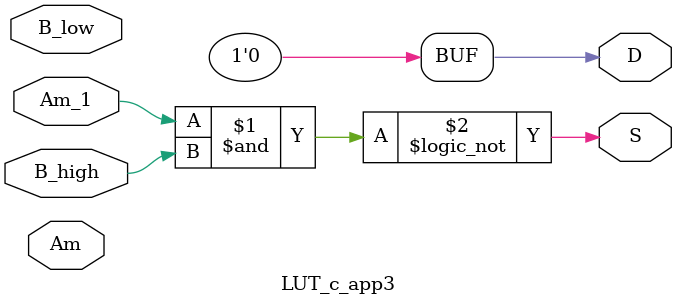
<source format=v>
`timescale 1ns/1ns
module LUT_c_app3(
    input           Am          ,
    input           B_low       ,
    input           Am_1        ,
    input           B_high      ,
    output          S           ,
    output          D           //           
);

    assign D = 1'b0;
	assign S = !(Am_1 & B_high);

endmodule // LUT_c_app3


</source>
